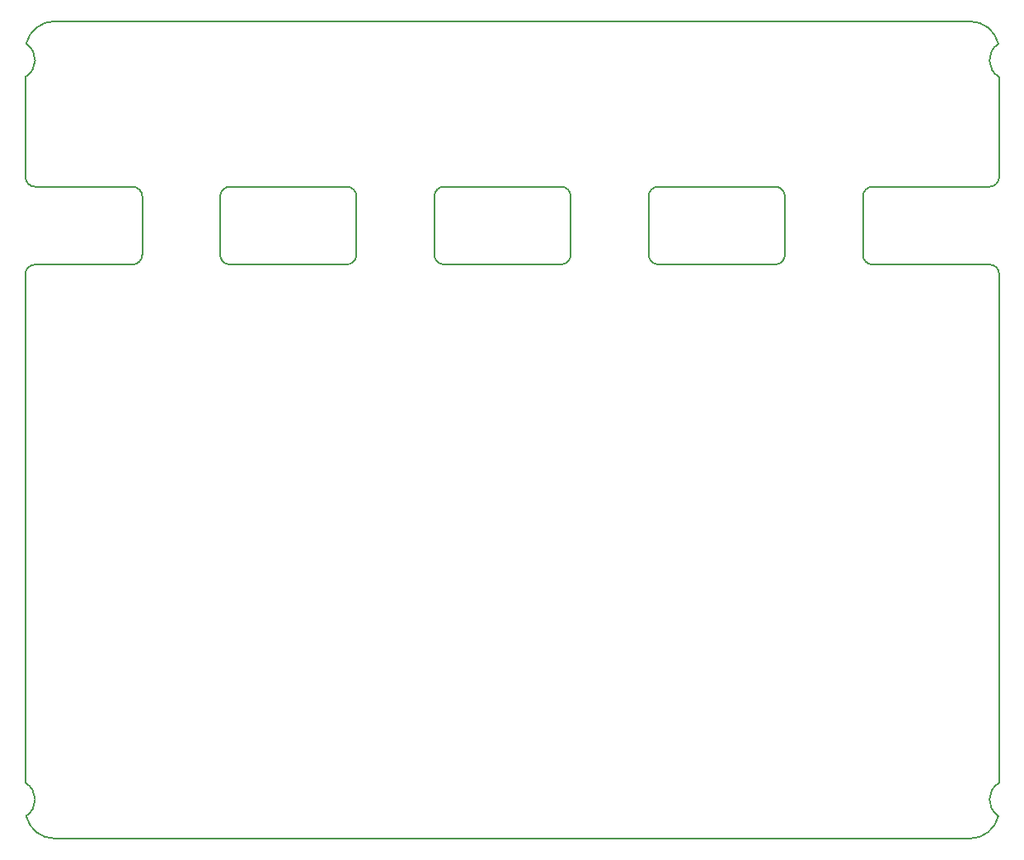
<source format=gko>
G04 #@! TF.GenerationSoftware,KiCad,Pcbnew,5.0.2-bee76a0~70~ubuntu18.04.1*
G04 #@! TF.CreationDate,2019-02-11T12:00:49+01:00*
G04 #@! TF.ProjectId,3D_PrEBo,33445f50-7245-4426-9f2e-6b696361645f,rev?*
G04 #@! TF.SameCoordinates,Original*
G04 #@! TF.FileFunction,Profile,NP*
%FSLAX46Y46*%
G04 Gerber Fmt 4.6, Leading zero omitted, Abs format (unit mm)*
G04 Created by KiCad (PCBNEW 5.0.2-bee76a0~70~ubuntu18.04.1) date Po 11. února 2019, 12:00:49 CET*
%MOMM*%
%LPD*%
G01*
G04 APERTURE LIST*
%ADD10C,0.200000*%
G04 APERTURE END LIST*
D10*
X164000000Y-82000000D02*
X164000000Y-76000000D01*
X142000000Y-76000000D02*
G75*
G02X143000000Y-75000000I1000000J0D01*
G01*
X111000000Y-83000000D02*
X101000000Y-83000000D01*
X121000000Y-83000000D02*
G75*
G02X120000000Y-82000000I0J1000000D01*
G01*
X100000000Y-63732051D02*
X100000000Y-74000000D01*
X100000000Y-84000000D02*
X100000000Y-136267949D01*
X199000000Y-83000000D02*
G75*
G02X200000000Y-84000000I0J-1000000D01*
G01*
X197000000Y-58000000D02*
G75*
G02X199920991Y-60316034I0J-3000000D01*
G01*
X134000000Y-76000000D02*
X134000000Y-82000000D01*
X200000000Y-84000000D02*
X200000000Y-136267949D01*
X100000000Y-136267949D02*
G75*
G02X100079009Y-139683966I-1000000J-1732051D01*
G01*
X156000000Y-82000000D02*
G75*
G02X155000000Y-83000000I-1000000J0D01*
G01*
X155000000Y-83000000D02*
X143000000Y-83000000D01*
X164000000Y-76000000D02*
G75*
G02X165000000Y-75000000I1000000J0D01*
G01*
X187000000Y-83000000D02*
G75*
G02X186000000Y-82000000I0J1000000D01*
G01*
X100000000Y-84000000D02*
G75*
G02X101000000Y-83000000I1000000J0D01*
G01*
X199920991Y-139683966D02*
G75*
G02X200000000Y-136267949I1079009J1683966D01*
G01*
X165000000Y-83000000D02*
G75*
G02X164000000Y-82000000I0J1000000D01*
G01*
X103000000Y-58000000D02*
X197000000Y-58000000D01*
X100079009Y-60316034D02*
G75*
G02X100000000Y-63732051I-1079009J-1683966D01*
G01*
X100079009Y-60316034D02*
G75*
G02X103000000Y-58000000I2920991J-683966D01*
G01*
X101000000Y-75000000D02*
X111000000Y-75000000D01*
X200000000Y-74000000D02*
G75*
G02X199000000Y-75000000I-1000000J0D01*
G01*
X112000000Y-76000000D02*
X112000000Y-82000000D01*
X186000000Y-76000000D02*
G75*
G02X187000000Y-75000000I1000000J0D01*
G01*
X133000000Y-83000000D02*
X121000000Y-83000000D01*
X112000000Y-82000000D02*
G75*
G02X111000000Y-83000000I-1000000J0D01*
G01*
X111000000Y-75000000D02*
G75*
G02X112000000Y-76000000I0J-1000000D01*
G01*
X133000000Y-75000000D02*
G75*
G02X134000000Y-76000000I0J-1000000D01*
G01*
X142000000Y-82000000D02*
X142000000Y-76000000D01*
X199000000Y-83000000D02*
X187000000Y-83000000D01*
X120000000Y-82000000D02*
X120000000Y-76000000D01*
X120000000Y-76000000D02*
G75*
G02X121000000Y-75000000I1000000J0D01*
G01*
X121000000Y-75000000D02*
X133000000Y-75000000D01*
X200000000Y-63732051D02*
G75*
G02X199920991Y-60316034I1000000J1732051D01*
G01*
X155000000Y-75000000D02*
G75*
G02X156000000Y-76000000I0J-1000000D01*
G01*
X143000000Y-83000000D02*
G75*
G02X142000000Y-82000000I0J1000000D01*
G01*
X156000000Y-76000000D02*
X156000000Y-82000000D01*
X178000000Y-76000000D02*
X178000000Y-82000000D01*
X103000000Y-142000000D02*
X197000000Y-142000000D01*
X101000000Y-75000000D02*
G75*
G02X100000000Y-74000000I0J1000000D01*
G01*
X134000000Y-82000000D02*
G75*
G02X133000000Y-83000000I-1000000J0D01*
G01*
X143000000Y-75000000D02*
X155000000Y-75000000D01*
X165000000Y-75000000D02*
X177000000Y-75000000D01*
X187000000Y-75000000D02*
X199000000Y-75000000D01*
X199920991Y-139683966D02*
G75*
G02X197000000Y-142000000I-2920991J683966D01*
G01*
X103000000Y-142000000D02*
G75*
G02X100079009Y-139683966I0J3000000D01*
G01*
X177000000Y-75000000D02*
G75*
G02X178000000Y-76000000I0J-1000000D01*
G01*
X178000000Y-82000000D02*
G75*
G02X177000000Y-83000000I-1000000J0D01*
G01*
X200000000Y-63732051D02*
X200000000Y-74000000D01*
X177000000Y-83000000D02*
X165000000Y-83000000D01*
X186000000Y-82000000D02*
X186000000Y-76000000D01*
M02*

</source>
